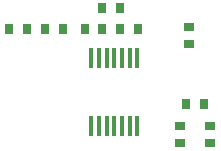
<source format=gtp>
G04*
G04 #@! TF.GenerationSoftware,Altium Limited,Altium Designer,18.0.7 (293)*
G04*
G04 Layer_Color=8421504*
%FSLAX25Y25*%
%MOIN*%
G70*
G01*
G75*
%ADD15R,0.02756X0.03543*%
%ADD16R,0.03543X0.02756*%
%ADD17R,0.01575X0.07087*%
%ADD18O,0.01575X0.07087*%
D15*
X83000Y55000D02*
D03*
X88906D02*
D03*
X60953Y80000D02*
D03*
X66858D02*
D03*
X55000D02*
D03*
X49095D02*
D03*
X36047Y80000D02*
D03*
X41953D02*
D03*
X24047Y80000D02*
D03*
X29953D02*
D03*
X55047Y87000D02*
D03*
X60953D02*
D03*
D16*
X84000Y80953D02*
D03*
Y75047D02*
D03*
X91000Y42047D02*
D03*
Y47953D02*
D03*
X81000Y47953D02*
D03*
Y42047D02*
D03*
D17*
X51378Y47638D02*
D03*
D18*
X53937D02*
D03*
X56496D02*
D03*
X59055D02*
D03*
X61614D02*
D03*
X64173D02*
D03*
X66732D02*
D03*
X51378Y70473D02*
D03*
X53937D02*
D03*
X56496D02*
D03*
X59055D02*
D03*
X61614D02*
D03*
X64173D02*
D03*
X66732D02*
D03*
M02*

</source>
